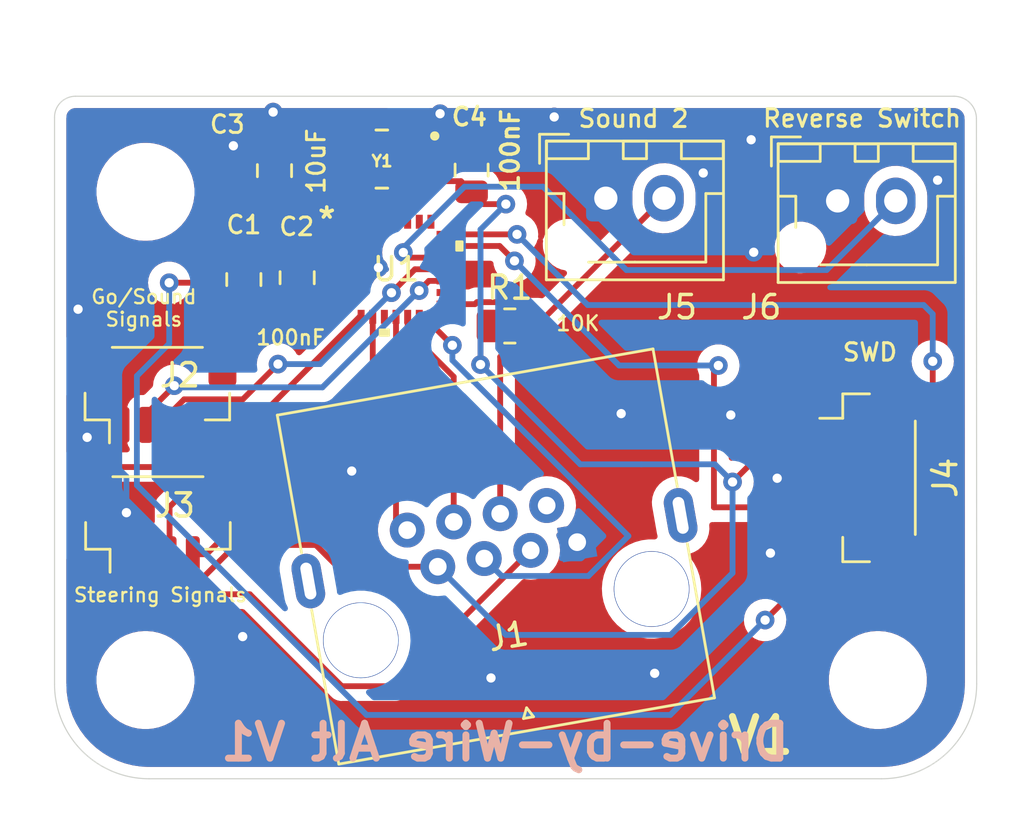
<source format=kicad_pcb>
(kicad_pcb (version 20221018) (generator pcbnew)
  (layers (0 "F.Cu" signal) (31 "B.Cu" signal) (34 "B.Paste" user) (35 "F.Paste" user) (36 "B.SilkS" user "B.Silkscreen") (37 "F.SilkS" user "F.Silkscreen") (38 "B.Mask" user) (39 "F.Mask" user) (44 "Edge.Cuts" user))
  (net 0 "")
  (net 1 "GND")
  (net 2 "+5V")
  (net 3 "+3V3")
  (net 4 "Other")
  (net 5 "JoyY")
  (net 6 "JoyX")
  (net 7 "Sound2")
  (net 8 "Sound1")
  (net 9 "AltReverseSwitch")
  (net 10 "DriveButton")
  (net 11 "ReverseSwitch")
  (net 12 "SDA")
  (net 13 "SCL")
  (net 14 "SensorSin")
  (net 15 "SensorCos")
  (net 16 "/RESET")
  (net 17 "SWDIO")
  (net 18 "SWCLK")
  (net 20 "OscillatorIn")
  (footprint "Capacitor_SMD:C_0805_2012Metric" (layer "F.Cu") (at 140.72974 93.27322 -90)
    (fp_text reference "C1" (at -2.35322 -0.00026 180) (layer "F.SilkS") (effects (font (size 0.762 0.762) (thickness 0.127))))
    (fp_text value "100nF" (at 2.49678 -2.01026) (layer "F.SilkS") (effects (font (size 0.635 0.635) (thickness 0.1143))))
    (fp_line (start -0.261252 -0.735) (end 0.261252 -0.735) (stroke (width 0.12)) (layer "F.SilkS"))
    (fp_line (start -0.261252 0.735) (end 0.261252 0.735) (stroke (width 0.12)) (layer "F.SilkS"))
    (pad "1" smd roundrect (at -0.95 0 270) (size 1 1.45) (layers "F.Cu" "F.Paste" "F.Mask") (net 16 "/RESET"))
    (pad "2" smd roundrect (at 0.95 0 270) (size 1 1.45) (layers "F.Cu" "F.Paste" "F.Mask") (net 1 "GND"))
  )
  (footprint "Capacitor_SMD:C_0805_2012Metric" (layer "F.Cu") (at 143.02336 93.19448 -90)
    (fp_text reference "C2" (at -2.19456 0.02032) (layer "F.SilkS") (effects (font (size 0.762 0.762) (thickness 0.127))))
    (fp_text value "100nF")
    (fp_line (start -0.261252 -0.735) (end 0.261252 -0.735) (stroke (width 0.12)) (layer "F.SilkS"))
    (fp_line (start -0.261252 0.735) (end 0.261252 0.735) (stroke (width 0.12)) (layer "F.SilkS"))
    (pad "1" smd roundrect (at -0.95 0 270) (size 1 1.45) (layers "F.Cu" "F.Paste" "F.Mask") (net 3 "+3V3"))
    (pad "2" smd roundrect (at 0.95 0 270) (size 1 1.45) (layers "F.Cu" "F.Paste" "F.Mask") (net 1 "GND"))
  )
  (footprint "Capacitor_SMD:C_0805_2012Metric" (layer "F.Cu") (at 142.048 88.58946 90)
    (fp_text reference "C3" (at 1.98946 -2.028) (layer "F.SilkS") (effects (font (size 0.762 0.762) (thickness 0.127))))
    (fp_text value "10uF" (at 0.40946 1.792 90) (layer "F.SilkS") (effects (font (size 0.762 0.762) (thickness 0.127))))
    (fp_line (start -0.261252 -0.735) (end 0.261252 -0.735) (stroke (width 0.12)) (layer "F.SilkS"))
    (fp_line (start -0.261252 0.735) (end 0.261252 0.735) (stroke (width 0.12)) (layer "F.SilkS"))
    (pad "1" smd roundrect (at -0.95 0 90) (size 1 1.45) (layers "F.Cu" "F.Paste" "F.Mask") (net 3 "+3V3"))
    (pad "2" smd roundrect (at 0.95 0 90) (size 1 1.45) (layers "F.Cu" "F.Paste" "F.Mask") (net 1 "GND"))
  )
  (footprint "Connector_JST:JST_SH_BM04B-SRSS-TB_1x04-1MP_P1.00mm_Vertical" (layer "F.Cu") (at 137.01 98.2)
    (fp_text reference "J2" (at 0.97028 -0.81026) (layer "F.SilkS"))
    (fp_text value "Conn_01x04_Male")
    (fp_line (start -3.11 -0.04) (end -3.11 1.11) (stroke (width 0.12)) (layer "F.SilkS"))
    (fp_line (start -3.11 1.11) (end -2.06 1.11) (stroke (width 0.12)) (layer "F.SilkS"))
    (fp_line (start -2.06 1.11) (end -2.06 2.1) (stroke (width 0.12)) (layer "F.SilkS"))
    (fp_line (start -1.94 -2.01) (end 1.94 -2.01) (stroke (width 0.12)) (layer "F.SilkS"))
    (fp_line (start 3.11 -0.04) (end 3.11 1.11) (stroke (width 0.12)) (layer "F.SilkS"))
    (fp_line (start 3.11 1.11) (end 2.06 1.11) (stroke (width 0.12)) (layer "F.SilkS"))
    (pad "1" smd roundrect (at -1.5 1.325) (size 0.6 1.55) (layers "F.Cu" "F.Paste" "F.Mask") (net 1 "GND"))
    (pad "2" smd roundrect (at -0.5 1.325) (size 0.6 1.55) (layers "F.Cu" "F.Paste" "F.Mask") (net 10 "DriveButton"))
    (pad "3" smd roundrect (at 0.5 1.325) (size 0.6 1.55) (layers "F.Cu" "F.Paste" "F.Mask") (net 9 "AltReverseSwitch"))
    (pad "4" smd roundrect (at 1.5 1.325) (size 0.6 1.55) (layers "F.Cu" "F.Paste" "F.Mask") (net 8 "Sound1"))
    (pad "MP" smd roundrect (at -2.8 -1.2) (size 1.2 1.8) (layers "F.Cu" "F.Paste" "F.Mask") (roundrect_rratio 0.2083325))
    (pad "MP" smd roundrect (at 2.8 -1.2) (size 1.2 1.8) (layers "F.Cu" "F.Paste" "F.Mask") (roundrect_rratio 0.2083325))
  )
  (footprint "Connector_JST:JST_SH_BM04B-SRSS-TB_1x04-1MP_P1.00mm_Vertical" (layer "F.Cu") (at 137.0354 103.7626)
    (fp_text reference "J3" (at 0.73152 -0.77216) (layer "F.SilkS"))
    (fp_text value "Conn_01x04_Male")
    (fp_line (start -3.11 -0.04) (end -3.11 1.11) (stroke (width 0.12)) (layer "F.SilkS"))
    (fp_line (start -3.11 1.11) (end -2.06 1.11) (stroke (width 0.12)) (layer "F.SilkS"))
    (fp_line (start -2.06 1.11) (end -2.06 2.1) (stroke (width 0.12)) (layer "F.SilkS"))
    (fp_line (start -1.94 -2.01) (end 1.94 -2.01) (stroke (width 0.12)) (layer "F.SilkS"))
    (fp_line (start 3.11 -0.04) (end 3.11 1.11) (stroke (width 0.12)) (layer "F.SilkS"))
    (fp_line (start 3.11 1.11) (end 2.06 1.11) (stroke (width 0.12)) (layer "F.SilkS"))
    (pad "1" smd roundrect (at -1.5 1.325) (size 0.6 1.55) (layers "F.Cu" "F.Paste" "F.Mask") (net 1 "GND"))
    (pad "2" smd roundrect (at -0.5 1.325) (size 0.6 1.55) (layers "F.Cu" "F.Paste" "F.Mask") (net 3 "+3V3"))
    (pad "3" smd roundrect (at 0.5 1.325) (size 0.6 1.55) (layers "F.Cu" "F.Paste" "F.Mask") (net 14 "SensorSin"))
    (pad "4" smd roundrect (at 1.5 1.325) (size 0.6 1.55) (layers "F.Cu" "F.Paste" "F.Mask") (net 15 "SensorCos"))
    (pad "MP" smd roundrect (at -2.8 -1.2) (size 1.2 1.8) (layers "F.Cu" "F.Paste" "F.Mask") (roundrect_rratio 0.2083325))
    (pad "MP" smd roundrect (at 2.8 -1.2) (size 1.2 1.8) (layers "F.Cu" "F.Paste" "F.Mask") (roundrect_rratio 0.2083325))
  )
  (footprint "Useful Modifications:RJ45_x08_Tab_Up" (layer "F.Cu") (at 151.97 108.77 10)
    (fp_text reference "J1" (at 0.1524 -0.13208 10) (layer "F.SilkS"))
    (fp_text value "8P8C")
    (fp_line (start -7.97494 -11.21918) (end -7.97494 -5.207) (stroke (width 0.12)) (layer "F.SilkS"))
    (fp_line (start -7.97494 -11.21918) (end 8.43506 -11.21918) (stroke (width 0.12)) (layer "F.SilkS"))
    (fp_line (start -7.97494 4.02082) (end 8.43506 4.02082) (stroke (width 0.12)) (layer "F.SilkS"))
    (fp_line (start -7.97306 -2.71018) (end -7.97494 4.02082) (stroke (width 0.12)) (layer "F.SilkS"))
    (fp_line (start 0.18796 3.46964) (end 0.62738 3.46964) (stroke (width 0.12)) (layer "F.SilkS"))
    (fp_line (start 0.40132 3.03784) (end 0.18796 3.46964) (stroke (width 0.12)) (layer "F.SilkS"))
    (fp_line (start 0.62738 3.46964) (end 0.40132 3.03784) (stroke (width 0.12)) (layer "F.SilkS"))
    (fp_line (start 8.43506 -11.21918) (end 8.43506 -5.207) (stroke (width 0.12)) (layer "F.SilkS"))
    (fp_line (start 8.43694 -2.71018) (end 8.43506 4.02082) (stroke (width 0.12)) (layer "F.SilkS"))
    (pad "" np_thru_hole circle (at -6.11832 -1.05918 190) (size 3.25 3.25) (drill 3.2) (layers "*.Cu" "*.Mask"))
    (pad "" np_thru_hole circle (at 6.58168 -1.05918 190) (size 3.25 3.25) (drill 3.200001) (layers "*.Cu" "*.Mask"))
    (pad "1" thru_hole rect (at 3.78098 -3.59918 10) (size 1.5 1.5) (drill 0.76) (layers "*.Cu" "*.Mask") (net 1 "GND"))
    (pad "2" thru_hole circle (at 2.76098 -5.37918 10) (size 1.5 1.5) (drill 0.76) (layers "*.Cu" "*.Mask") (net 2 "+5V"))
    (pad "3" thru_hole circle (at 1.75098 -3.59918 10) (size 1.5 1.5) (drill 0.76) (layers "*.Cu" "*.Mask") (net 8 "Sound1"))
    (pad "4" thru_hole circle (at 0.73098 -5.37918 10) (size 1.5 1.5) (drill 0.76) (layers "*.Cu" "*.Mask") (net 7 "Sound2"))
    (pad "5" thru_hole circle (at -0.27902 -3.59918 10) (size 1.5 1.5) (drill 0.76) (layers "*.Cu" "*.Mask") (net 6 "JoyX"))
    (pad "6" thru_hole circle (at -1.29902 -5.37918 10) (size 1.5 1.5) (drill 0.76) (layers "*.Cu" "*.Mask") (net 5 "JoyY"))
    (pad "7" thru_hole circle (at -2.30902 -3.59918 10) (size 1.5 1.5) (drill 0.76) (layers "*.Cu" "*.Mask") (net 3 "+3V3"))
    (pad "8" thru_hole circle (at -3.32902 -5.37918 10) (size 1.5 1.5) (drill 0.76) (layers "*.Cu" "*.Mask") (net 4 "Other"))
    (pad "9" thru_hole oval (at -7.89832 -3.96113 190) (size 1.259 2.362) (drill oval 0.5 1.6) (layers "*.Cu" "*.Mask"))
    (pad "10" thru_hole oval (at 8.36168 -3.96113 190) (size 1.259 2.362) (drill oval 0.5 1.6) (layers "*.Cu" "*.Mask"))
  )
  (footprint "Capacitor_SMD:C_0805_2012Metric" (layer "F.Cu") (at 150.52652 88.56406 -90)
    (fp_text reference "C4" (at -2.286 0.09652 180) (layer "F.SilkS") (effects (font (size 0.762 0.762))))
    (fp_text value "100nF" (at -0.84836 -1.66116 -90) (layer "F.SilkS") (effects (font (size 0.762 0.762))))
    (fp_line (start -0.258578 -0.71) (end 0.258578 -0.71) (stroke (width 0.12)) (layer "F.SilkS"))
    (fp_line (start -0.258578 0.71) (end 0.258578 0.71) (stroke (width 0.12)) (layer "F.SilkS"))
    (pad "1" smd roundrect (at -0.9375 0 270) (size 0.975 1.4) (layers "F.Cu" "F.Paste" "F.Mask") (net 1 "GND"))
    (pad "2" smd roundrect (at 0.9375 0 270) (size 0.975 1.4) (layers "F.Cu" "F.Paste" "F.Mask") (net 3 "+3V3"))
  )
  (footprint "Useful Modifications:OSC_ECS-3225MVQ-160-BP-TR" (layer "F.Cu") (at 146.66572 88.09162 180)
    (fp_text reference "Y1" (at -0.01016 -0.0889) (layer "F.SilkS") (effects (font (size 0.480527 0.480527))))
    (fp_text value "ECS-3225MVQ-160-BP-TR")
    (fp_line (start -0.25 -1.25) (end 0.25 -1.25) (stroke (width 0.127)) (layer "F.SilkS"))
    (fp_line (start -0.25 1.25) (end 0.25 1.25) (stroke (width 0.127)) (layer "F.SilkS"))
    (fp_circle (center -2.275 0.994) (end -2.175 0.994) (stroke (width 0.2)) (fill none) (layer "F.SilkS"))
    (pad "1" smd rect (at -1.15 0.95 180) (size 1.3 1.1) (layers "F.Cu" "F.Paste" "F.Mask"))
    (pad "2" smd rect (at 1.15 0.95 180) (size 1.3 1.1) (layers "F.Cu" "F.Paste" "F.Mask") (net 1 "GND"))
    (pad "3" smd rect (at 1.15 -0.95 180) (size 1.3 1.1) (layers "F.Cu" "F.Paste" "F.Mask") (net 20 "OscillatorIn"))
    (pad "4" smd rect (at -1.15 -0.95 180) (size 1.3 1.1) (layers "F.Cu" "F.Paste" "F.Mask") (net 3 "+3V3"))
  )
  (footprint "Useful Modifications:STM32G031G8U6" (layer "F.Cu") (at 147.27532 92.83126)
    (fp_text reference "U1" (at 0 0) (layer "F.SilkS"))
    (fp_text value "STM32G031F4Px")
    (fp_text user "*" (at -2.979674 -2.13233) (layer "F.SilkS"))
    (fp_text user "*" (at -2.979674 -2.13233) (layer "F.SilkS"))
    (fp_poly (pts (xy -0.69088 2.598674) (xy -0.69088 2.852674) (xy -0.30988 2.852674) (xy -0.30988 2.598674)) (stroke (width 0.1)) (fill solid) (layer "F.SilkS"))
    (fp_poly (pts (xy 2.852674 -1.19126) (xy 2.852674 -0.81026) (xy 2.598674 -0.81026) (xy 2.598674 -1.19126)) (stroke (width 0.1)) (fill solid) (layer "F.SilkS"))
    (pad "1" smd rect (at -2.0447 -1.50114 90) (size 0.299974 0.599948) (layers "F.Cu" "F.Paste" "F.Mask") (net 20 "OscillatorIn"))
    (pad "2" smd rect (at -2.0447 -1.00076 90) (size 0.299974 0.599948) (layers "F.Cu" "F.Paste" "F.Mask"))
    (pad "3" smd rect (at -2.0447 -0.50038 90) (size 0.299974 0.599948) (layers "F.Cu" "F.Paste" "F.Mask") (net 3 "+3V3"))
    (pad "4" smd rect (at -2.0447 0 90) (size 0.299974 0.599948) (layers "F.Cu" "F.Paste" "F.Mask") (net 1 "GND"))
    (pad "5" smd rect (at -2.0447 0.50038 90) (size 0.299974 0.599948) (layers "F.Cu" "F.Paste" "F.Mask") (net 16 "/RESET"))
    (pad "6" smd rect (at -2.0447 1.00076 90) (size 0.299974 0.599948) (layers "F.Cu" "F.Paste" "F.Mask"))
    (pad "7" smd rect (at -2.0447 1.50114 90) (size 0.299974 0.599948) (layers "F.Cu" "F.Paste" "F.Mask"))
    (pad "8" smd rect (at -1.50114 2.0447) (size 0.299974 0.599948) (layers "F.Cu" "F.Paste" "F.Mask") (net 14 "SensorSin"))
    (pad "9" smd rect (at -1.00076 2.0447) (size 0.299974 0.599948) (layers "F.Cu" "F.Paste" "F.Mask") (net 15 "SensorCos"))
    (pad "10" smd rect (at -0.50038 2.0447) (size 0.299974 0.599948) (layers "F.Cu" "F.Paste" "F.Mask"))
    (pad "11" smd rect (at 0 2.0447) (size 0.299974 0.599948) (layers "F.Cu" "F.Paste" "F.Mask") (net 4 "Other"))
    (pad "12" smd rect (at 0.50038 2.0447) (size 0.299974 0.599948) (layers "F.Cu" "F.Paste" "F.Mask") (net 5 "JoyY"))
    (pad "13" smd rect (at 1.00076 2.0447) (size 0.299974 0.599948) (layers "F.Cu" "F.Paste" "F.Mask"))
    (pad "14" smd rect (at 1.50114 2.0447) (size 0.299974 0.599948) (layers "F.Cu" "F.Paste" "F.Mask") (net 6 "JoyX"))
    (pad "15" smd rect (at 2.0447 1.50114 90) (size 0.299974 0.599948) (layers "F.Cu" "F.Paste" "F.Mask") (net 7 "Sound2"))
    (pad "16" smd rect (at 2.0447 1.00076 90) (size 0.299974 0.599948) (layers "F.Cu" "F.Paste" "F.Mask"))
    (pad "17" smd rect (at 2.0447 0.50038 90) (size 0.299974 0.599948) (layers "F.Cu" "F.Paste" "F.Mask") (net 10 "DriveButton"))
    (pad "18" smd rect (at 2.0447 0 90) (size 0.299974 0.599948) (layers "F.Cu" "F.Paste" "F.Mask") (net 9 "AltReverseSwitch"))
    (pad "19" smd rect (at 2.0447 -0.50038 90) (size 0.299974 0.599948) (layers "F.Cu" "F.Paste" "F.Mask") (net 11 "ReverseSwitch"))
    (pad "20" smd rect (at 2.0447 -1.00076 90) (size 0.299974 0.599948) (layers "F.Cu" "F.Paste" "F.Mask") (net 17 "SWDIO"))
    (pad "21" smd rect (at 2.0447 -1.50114 90) (size 0.299974 0.599948) (layers "F.Cu" "F.Paste" "F.Mask") (net 18 "SWCLK"))
    (pad "22" smd rect (at 1.50114 -2.0447) (size 0.299974 0.599948) (layers "F.Cu" "F.Paste" "F.Mask"))
    (pad "23" smd rect (at 1.00076 -2.0447) (size 0.299974 0.599948) (layers "F.Cu" "F.Paste" "F.Mask"))
    (pad "24" smd rect (at 0.50038 -2.0447) (size 0.299974 0.599948) (layers "F.Cu" "F.Paste" "F.Mask"))
    (pad "25" smd rect (at 0 -2.0447) (size 0.299974 0.599948) (layers "F.Cu" "F.Paste" "F.Mask"))
    (pad "26" smd rect (at -0.50038 -2.0447) (size 0.299974 0.599948) (layers "F.Cu" "F.Paste" "F.Mask") (net 13 "SCL"))
    (pad "27" smd rect (at -1.00076 -2.0447) (size 0.299974 0.599948) (layers "F.Cu" "F.Paste" "F.Mask") (net 12 "SDA"))
    (pad "28" smd rect (at -1.50114 -2.0447) (size 0.299974 0.599948) (layers "F.Cu" "F.Paste" "F.Mask"))
  )
  (footprint "Connector_JST:JST_XH_B2B-XH-AM_1x02_P2.50mm_Vertical" (layer "F.Cu") (at 166.27 89.89)
    (fp_text reference "J6" (at -3.28 4.57) (layer "F.SilkS"))
    (fp_text value "Conn_01x02_Male")
    (fp_line (start -2.85 -2.75) (end -2.85 -1.5) (stroke (width 0.12)) (layer "F.SilkS"))
    (fp_line (start -2.56 -2.46) (end -2.56 3.51) (stroke (width 0.12)) (layer "F.SilkS"))
    (fp_line (start -2.56 3.51) (end 5.06 3.51) (stroke (width 0.12)) (layer "F.SilkS"))
    (fp_line (start -2.55 -2.45) (end -2.55 -1.7) (stroke (width 0.12)) (layer "F.SilkS"))
    (fp_line (start -2.55 -1.7) (end -0.75 -1.7) (stroke (width 0.12)) (layer "F.SilkS"))
    (fp_line (start -2.55 -0.2) (end -1.8 -0.2) (stroke (width 0.12)) (layer "F.SilkS"))
    (fp_line (start -1.8 -0.2) (end -1.8 1.14) (stroke (width 0.12)) (layer "F.SilkS"))
    (fp_line (start -1.6 -2.75) (end -2.85 -2.75) (stroke (width 0.12)) (layer "F.SilkS"))
    (fp_line (start -0.75 -2.45) (end -2.55 -2.45) (stroke (width 0.12)) (layer "F.SilkS"))
    (fp_line (start -0.75 -1.7) (end -0.75 -2.45) (stroke (width 0.12)) (layer "F.SilkS"))
    (fp_line (start 0.75 -2.45) (end 0.75 -1.7) (stroke (width 0.12)) (layer "F.SilkS"))
    (fp_line (start 0.75 -1.7) (end 1.75 -1.7) (stroke (width 0.12)) (layer "F.SilkS"))
    (fp_line (start 1.25 2.75) (end -0.74 2.75) (stroke (width 0.12)) (layer "F.SilkS"))
    (fp_line (start 1.75 -2.45) (end 0.75 -2.45) (stroke (width 0.12)) (layer "F.SilkS"))
    (fp_line (start 1.75 -1.7) (end 1.75 -2.45) (stroke (width 0.12)) (layer "F.SilkS"))
    (fp_line (start 3.25 -2.45) (end 3.25 -1.7) (stroke (width 0.12)) (layer "F.SilkS"))
    (fp_line (start 3.25 -1.7) (end 5.05 -1.7) (stroke (width 0.12)) (layer "F.SilkS"))
    (fp_line (start 4.3 -0.2) (end 4.3 2.75) (stroke (width 0.12)) (layer "F.SilkS"))
    (fp_line (start 4.3 2.75) (end 1.25 2.75) (stroke (width 0.12)) (layer "F.SilkS"))
    (fp_line (start 5.05 -2.45) (end 3.25 -2.45) (stroke (width 0.12)) (layer "F.SilkS"))
    (fp_line (start 5.05 -1.7) (end 5.05 -2.45) (stroke (width 0.12)) (layer "F.SilkS"))
    (fp_line (start 5.05 -0.2) (end 4.3 -0.2) (stroke (width 0.12)) (layer "F.SilkS"))
    (fp_line (start 5.06 -2.46) (end -2.56 -2.46) (stroke (width 0.12)) (layer "F.SilkS"))
    (fp_line (start 5.06 3.51) (end 5.06 -2.46) (stroke (width 0.12)) (layer "F.SilkS"))
    (pad "" np_thru_hole circle (at -1.6 2) (size 1.2 1.2) (drill 1.2) (layers "*.Cu" "*.Mask"))
    (pad "1" thru_hole roundrect (at 0 0) (size 1.7 2) (drill 1) (layers "*.Cu" "*.Mask") (roundrect_rratio 0.1470588235) (net 1 "GND"))
    (pad "2" thru_hole oval (at 2.5 0) (size 1.7 2) (drill 1) (layers "*.Cu" "*.Mask") (net 11 "ReverseSwitch"))
  )
  (footprint "Resistor_SMD:R_0805_2012Metric" (layer "F.Cu") (at 152.17 95.27)
    (fp_text reference "R1" (at 0 -1.65) (layer "F.SilkS"))
    (fp_text value "10K" (at 2.93 -0.11) (layer "F.SilkS") (effects (font (size 0.635 0.635) (thickness 0.11))))
    (fp_line (start -0.227064 -0.735) (end 0.227064 -0.735) (stroke (width 0.12)) (layer "F.SilkS"))
    (fp_line (start -0.227064 0.735) (end 0.227064 0.735) (stroke (width 0.12)) (layer "F.SilkS"))
    (pad "1" smd roundrect (at -0.9125 0) (size 1.025 1.4) (layers "F.Cu" "F.Paste" "F.Mask") (roundrect_rratio 0.243902439) (net 3 "+3V3"))
    (pad "2" smd roundrect (at 0.9125 0) (size 1.025 1.4) (layers "F.Cu" "F.Paste" "F.Mask") (roundrect_rratio 0.243902439) (net 7 "Sound2"))
  )
  (footprint "MountingHole:MountingHole_3.2mm_M3" (layer "F.Cu") (at 136.5 110.5)
    (fp_text reference "H1")
    (fp_text value "MountingHole")
    (pad "" np_thru_hole circle (at 0 0) (size 3.2 3.2) (drill 3.2) (layers "*.Cu" "*.Mask"))
  )
  (footprint "Connector_JST:JST_SH_BM05B-SRSS-TB_1x05-1MP_P1.00mm_Vertical" (layer "F.Cu") (at 167.6 101.8 -90)
    (fp_text reference "J4" (at 0 -3.3 90) (layer "F.SilkS"))
    (fp_text value "Conn_01x05_Male")
    (fp_line (start -3.61 -0.04) (end -3.61 1.11) (stroke (width 0.12)) (layer "F.SilkS"))
    (fp_line (start -3.61 1.11) (end -2.56 1.11) (stroke (width 0.12)) (layer "F.SilkS"))
    (fp_line (start -2.56 1.11) (end -2.56 2.1) (stroke (width 0.12)) (layer "F.SilkS"))
    (fp_line (start -2.44 -2.01) (end 2.44 -2.01) (stroke (width 0.12)) (layer "F.SilkS"))
    (fp_line (start 3.61 -0.04) (end 3.61 1.11) (stroke (width 0.12)) (layer "F.SilkS"))
    (fp_line (start 3.61 1.11) (end 2.56 1.11) (stroke (width 0.12)) (layer "F.SilkS"))
    (pad "1" smd roundrect (at -2 1.325 270) (size 0.6 1.55) (layers "F.Cu" "F.Paste" "F.Mask") (net 3 "+3V3"))
    (pad "2" smd roundrect (at -1 1.325 270) (size 0.6 1.55) (layers "F.Cu" "F.Paste" "F.Mask") (net 1 "GND"))
    (pad "3" smd roundrect (at 0 1.325 270) (size 0.6 1.55) (layers "F.Cu" "F.Paste" "F.Mask") (net 18 "SWCLK"))
    (pad "4" smd roundrect (at 1 1.325 270) (size 0.6 1.55) (layers "F.Cu" "F.Paste" "F.Mask") (net 17 "SWDIO"))
    (pad "5" smd roundrect (at 2 1.325 270) (size 0.6 1.55) (layers "F.Cu" "F.Paste" "F.Mask") (net 16 "/RESET"))
    (pad "MP" smd roundrect (at -3.3 -1.2 270) (size 1.2 1.8) (layers "F.Cu" "F.Paste" "F.Mask") (roundrect_rratio 0.2083333333))
    (pad "MP" smd roundrect (at 3.3 -1.2 270) (size 1.2 1.8) (layers "F.Cu" "F.Paste" "F.Mask") (roundrect_rratio 0.2083333333))
  )
  (footprint "Connector_JST:JST_XH_B2B-XH-AM_1x02_P2.50mm_Vertical" (layer "F.Cu") (at 156.3 89.775)
    (fp_text reference "J5" (at 3.06 4.685) (layer "F.SilkS"))
    (fp_text value "Conn_01x02_Male")
    (fp_line (start -2.85 -2.75) (end -2.85 -1.5) (stroke (width 0.12)) (layer "F.SilkS"))
    (fp_line (start -2.56 -2.46) (end -2.56 3.51) (stroke (width 0.12)) (layer "F.SilkS"))
    (fp_line (start -2.56 3.51) (end 5.06 3.51) (stroke (width 0.12)) (layer "F.SilkS"))
    (fp_line (start -2.55 -2.45) (end -2.55 -1.7) (stroke (width 0.12)) (layer "F.SilkS"))
    (fp_line (start -2.55 -1.7) (end -0.75 -1.7) (stroke (width 0.12)) (layer "F.SilkS"))
    (fp_line (start -2.55 -0.2) (end -1.8 -0.2) (stroke (width 0.12)) (layer "F.SilkS"))
    (fp_line (start -1.8 -0.2) (end -1.8 1.14) (stroke (width 0.12)) (layer "F.SilkS"))
    (fp_line (start -1.6 -2.75) (end -2.85 -2.75) (stroke (width 0.12)) (layer "F.SilkS"))
    (fp_line (start -0.75 -2.45) (end -2.55 -2.45) (stroke (width 0.12)) (layer "F.SilkS"))
    (fp_line (start -0.75 -1.7) (end -0.75 -2.45) (stroke (width 0.12)) (layer "F.SilkS"))
    (fp_line (start 0.75 -2.45) (end 0.75 -1.7) (stroke (width 0.12)) (layer "F.SilkS"))
    (fp_line (start 0.75 -1.7) (end 1.75 -1.7) (stroke (width 0.12)) (layer "F.SilkS"))
    (fp_line (start 1.25 2.75) (end -0.74 2.75) (stroke (width 0.12)) (layer "F.SilkS"))
    (fp_line (start 1.75 -2.45) (end 0.75 -2.45) (stroke (width 0.12)) (layer "F.SilkS"))
    (fp_line (start 1.75 -1.7) (end 1.75 -2.45) (stroke (width 0.12)) (layer "F.SilkS"))
    (fp_line (start 3.25 -2.45) (end 3.25 -1.7) (stroke (width 0.12)) (layer "F.SilkS"))
    (fp_line (start 3.25 -1.7) (end 5.05 -1.7) (stroke (width 0.12)) (layer "F.SilkS"))
    (fp_line (start 4.3 -0.2) (end 4.3 2.75) (stroke (width 0.12)) (layer "F.SilkS"))
    (fp_line (start 4.3 2.75) (end 1.25 2.75) (stroke (width 0.12)) (layer "F.SilkS"))
    (fp_line (start 5.05 -2.45) (end 3.25 -2.45) (stroke (width 0.12)) (layer "F.SilkS"))
    (fp_line (start 5.05 -1.7) (end 5.05 -2.45) (stroke (width 0.12)) (layer "F.SilkS"))
    (fp_line (start 5.05 -0.2) (end 4.3 -0.2) (stroke (width 0.12)) (layer "F.SilkS"))
    (fp_line (start 5.06 -2.46) (end -2.56 -2.46) (stroke (width 0.12)) (layer "F.SilkS"))
    (fp_line (start 5.06 3.51) (end 5.06 -2.46) (stroke (width 0.12)) (layer "F.SilkS"))
    (pad "" np_thru_hole circle (at -1.6 2) (size 1.2 1.2) (drill 1.2) (layers "*.Cu" "*.Mask"))
    (pad "1" thru_hole roundrect (at 0 0) (size 1.7 2) (drill 1) (layers "*.Cu" "*.Mask") (roundrect_rratio 0.1470588235) (net 1 "GND"))
    (pad "2" thru_hole oval (at 2.5 0) (size 1.7 2) (drill 1) (layers "*.Cu" "*.Mask") (net 7 "Sound2"))
  )
  (footprint "MountingHole:MountingHole_3.2mm_M3" (layer "F.Cu") (at 168 110.5)
    (fp_text reference "H2")
    (fp_text value "MountingHole")
    (pad "" np_thru_hole circle (at 0 0) (size 3.2 3.2) (drill 3.2) (layers "*.Cu" "*.Mask"))
  )
  (footprint "MountingHole:MountingHole_3.2mm_M3" (layer "F.Cu") (at 136.5 89.5)
    (fp_text reference "H3")
    (fp_text value "MountingHole")
    (pad "" np_thru_hole circle (at 0 0) (size 3.2 3.2) (drill 3.2) (layers "*.Cu" "*.Mask"))
  )
  (gr_arc (start 136.652 114.7445) (mid 133.778318 113.554182) (end 132.588 110.6805) (stroke (width 0.05)) (layer "Edge.Cuts"))
  (gr_line (start 172.23994 86.36) (end 172.250164 110.6678) (stroke (width 0.05)) (layer "Edge.Cuts"))
  (gr_line (start 132.588 110.6805) (end 132.588 86.296602) (stroke (width 0.05)) (layer "Edge.Cuts"))
  (gr_arc (start 171.279873 85.389743) (mid 171.960853 85.676035) (end 172.23994 86.36) (stroke (width 0.05)) (layer "Edge.Cuts"))
  (gr_arc (start 172.250164 110.6678) (mid 171.049621 113.558389) (end 168.15308 114.7445) (stroke (width 0.05)) (layer "Edge.Cuts"))
  (gr_line (start 171.27982 85.38972) (end 133.489685 85.38972) (stroke (width 0.05)) (layer "Edge.Cuts"))
  (gr_arc (start 132.588 86.296602) (mid 132.850257 85.655657) (end 133.489685 85.38972) (stroke (width 0.05)) (layer "Edge.Cuts"))
  (gr_line (start 168.15308 114.7445) (end 136.652 114.7445) (stroke (width 0.05)) (layer "Edge.Cuts"))
  (gr_text "Drive-by-Wire Alt V1" (at 151.96 113.18) (layer "B.SilkS") (effects (font (size 1.5 1.5) (thickness 0.3)) (justify mirror)))
  (gr_text "Go/Sound\nSignals" (at 136.43 94.5) (layer "F.SilkS") (effects (font (size 0.6 0.6) (thickness 0.1))))
  (gr_text "SWD" (at 167.66 96.4) (layer "F.SilkS") (effects (font (size 0.75 0.75) (thickness 0.13))))
  (gr_text "Sound 2" (at 157.49 86.35) (layer "F.SilkS") (effects (font (size 0.75 0.75) (thickness 0.13))))
  (gr_text "Steering Signals" (at 137.14 106.84) (layer "F.SilkS") (effects (font (size 0.6 0.6) (thickness 0.1))))
  (gr_text "V1" (at 162.96 112.89) (layer "F.SilkS") (effects (font (size 1.5 1.5) (thickness 0.3))))
  (gr_text "Reverse Switch" (at 167.32 86.34) (layer "F.SilkS") (effects (font (size 0.75 0.75) (thickness 0.13))))
  (segment (start 146.44874 92.83126) (end 146.52 92.76) (width 0.25) (layer "F.Cu") (net 1))
  (segment (start 135.68 103.3) (end 135.68 104.943) (width 0.25) (layer "F.Cu") (net 1))
  (segment (start 140.72974 94.22322) (end 138.94678 94.22322) (width 0.25) (layer "F.Cu") (net 1))
  (segment (start 144.33658 92.83126) (end 145.23062 92.83126) (width 0.25) (layer "F.Cu") (net 1))
  (segment (start 143.02336 94.14448) (end 144.33658 92.83126) (width 0.25) (layer "F.Cu") (net 1))
  (segment (start 135.51 97.66) (end 135.51 99.525) (width 0.25) (layer "F.Cu") (net 1))
  (segment (start 134.525 99.525) (end 133.99 100.06) (width 0.25) (layer "F.Cu") (net 1))
  (segment (start 135.68 104.943) (end 135.5354 105.0876) (width 0.25) (layer "F.Cu") (net 1))
  (segment (start 135.51 99.525) (end 134.525 99.525) (width 0.25) (layer "F.Cu") (net 1))
  (segment (start 138.94678 94.22322) (end 135.51 97.66) (width 0.25) (layer "F.Cu") (net 1))
  (segment (start 163.67 101.82) (end 164.69 100.8) (width 0.25) (layer "F.Cu") (net 1))
  (segment (start 164.69 100.8) (end 166.275 100.8) (width 0.25) (layer "F.Cu") (net 1))
  (segment (start 145.23062 92.83126) (end 146.44874 92.83126) (width 0.25) (layer "F.Cu") (net 1))
  (via (at 154.08 86.28) (size 0.8) (drill 0.4) (layers "F.Cu" "B.Cu") (net 1))
  (via (at 146.52 92.76) (size 0.8) (drill 0.4) (layers "F.Cu" "B.Cu") (net 1))
  (via (at 163.38 105.04) (size 0.8) (drill 0.4) (layers "F.Cu" "B.Cu") (net 1))
  (via (at 140.68 108.63) (size 0.8) (drill 0.4) (layers "F.Cu" "B.Cu") (net 1))
  (via (at 133.6 94.55) (size 0.8) (drill 0.4) (layers "F.Cu" "B.Cu") (net 1))
  (via (at 141.99 86.07) (size 0.8) (drill 0.4) (layers "F.Cu" "B.Cu") (net 1))
  (via (at 160.49 88.69) (size 0.8) (drill 0.4) (layers "F.Cu" "B.Cu") (net 1))
  (via (at 162.55 87.26) (size 0.8) (drill 0.4) (layers "F.Cu" "B.Cu") (net 1))
  (via (at 161.6745 99.1) (size 0.8) (drill 0.4) (layers "F.Cu" "B.Cu") (net 1))
  (via (at 170.57 89) (size 0.8) (drill 0.4) (layers "F.Cu" "B.Cu") (net 1))
  (via (at 140.28 87.52) (size 0.8) (drill 0.4) (layers "F.Cu" "B.Cu") (net 1))
  (via (at 156.96 99.04) (size 0.8) (drill 0.4) (layers "F.Cu" "B.Cu") (net 1))
  (via (at 135.68 103.3) (size 0.8) (drill 0.4) (layers "F.Cu" "B.Cu") (net 1))
  (via (at 163.67 101.82) (size 0.8) (drill 0.4) (layers "F.Cu" "B.Cu") (net 1))
  (via (at 162.66 92.1) (size 0.8) (drill 0.4) (layers "F.Cu" "B.Cu") (net 1))
  (via (at 151.36 110.41) (size 0.8) (drill 0.4) (layers "F.Cu" "B.Cu") (net 1))
  (via (at 145.37 101.51) (size 0.8) (drill 0.4) (layers "F.Cu" "B.Cu") (net 1))
  (via (at 133.99 100.06) (size 0.8) (drill 0.4) (layers "F.Cu" "B.Cu") (net 1))
  (via (at 149.17 86.14) (size 0.8) (drill 0.4) (layers "F.Cu" "B.Cu") (net 1))
  (via (at 158.4 110.21) (size 0.8) (drill 0.4) (layers "F.Cu" "B.Cu") (net 1))
  (segment (start 135.68 101.75) (end 135.68 103.3) (width 0.25) (layer "B.Cu") (net 1))
  (segment (start 133.99 100.06) (end 135.68 101.75) (width 0.25) (layer "B.Cu") (net 1))
  (segment (start 150.06658 89.04162) (end 150.52652 89.50156) (width 0.25) (layer "F.Cu") (net 3))
  (segment (start 163.93 99.8) (end 166.275 99.8) (width 0.25) (layer "F.Cu") (net 3))
  (segment (start 144.12 88.06) (end 146.84 88.06) (width 0.25) (layer "F.Cu") (net 3))
  (segment (start 144.762798 105.626457) (end 143.825651 104.68931) (width 0.25) (layer "F.Cu") (net 3))
  (segment (start 146.84 88.06) (end 147.81572 89.03572) (width 0.25) (layer "F.Cu") (net 3))
  (segment (start 147.81572 89.04162) (end 150.06658 89.04162) (width 0.25) (layer "F.Cu") (net 3))
  (segment (start 143.10976 92.33088) (end 143.02336 92.24448) (width 0.25) (layer "F.Cu") (net 3))
  (segment (start 140.379762 104.68931) (end 138.879072 106.19) (width 0.25) (layer "F.Cu") (net 3))
  (segment (start 142.64054 89.53946) (end 144.12 88.06) (width 0.25) (layer "F.Cu") (net 3))
  (segment (start 145.23062 92.33088) (end 143.10976 92.33088) (width 0.25) (layer "F.Cu") (net 3))
  (segment (start 143.825651 104.68931) (end 140.379762 104.68931) (width 0.25) (layer "F.Cu") (net 3))
  (segment (start 143.02336 92.24448) (end 143.02336 90.51482) (width 0.25) (layer "F.Cu") (net 3))
  (segment (start 143.02336 90.51482) (end 142.048 89.53946) (width 0.25) (layer "F.Cu") (net 3))
  (segment (start 136.5354 105.8754) (end 136.5354 105.0876) (width 0.25) (layer "F.Cu") (net 3))
  (segment (start 151.05496 90.03) (end 150.52652 89.50156) (width 0.25) (layer "F.Cu") (net 3))
  (segment (start 161.75 101.98) (end 163.93 99.8) (width 0.25) (layer "F.Cu") (net 3))
  (segment (start 150.91 96.93) (end 150.91 95.6175) (width 0.25) (layer "F.Cu") (net 3))
  (segment (start 142.048 89.53946) (end 142.64054 89.53946) (width 0.25) (layer "F.Cu") (net 3))
  (segment (start 136.85 106.19) (end 136.5354 105.8754) (width 0.25) (layer "F.Cu") (net 3))
  (segment (start 147.81572 89.03572) (end 147.81572 89.04162) (width 0.25) (layer "F.Cu") (net 3))
  (segment (start 150.91 95.6175) (end 151.2575 95.27) (width 0.25) (layer "F.Cu") (net 3))
  (segment (start 138.879072 106.19) (end 136.85 106.19) (width 0.25) (layer "F.Cu") (net 3))
  (segment (start 152 90.03) (end 151.05496 90.03) (width 0.25) (layer "F.Cu") (net 3))
  (segment (start 149.071068 105.626457) (end 144.762798 105.626457) (width 0.25) (layer "F.Cu") (net 3))
  (via (at 161.75 101.98) (size 0.8) (drill 0.4) (layers "F.Cu" "B.Cu") (net 3))
  (via (at 152 90.03) (size 0.8) (drill 0.4) (layers "F.Cu" "B.Cu") (net 3))
  (via (at 150.91 96.93) (size 0.8) (drill 0.4) (layers "F.Cu" "B.Cu") (net 3))
  (segment (start 161.75 101.98) (end 160.99 101.22) (width 0.25) (layer "B.Cu") (net 3))
  (segment (start 157.83 101.22) (end 155.2 101.22) (width 0.25) (layer "B.Cu") (net 3))
  (segment (start 161.75 105.894175) (end 161.75 101.98) (width 0.25) (layer "B.Cu") (net 3))
  (segment (start 159.085639 108.558536) (end 161.75 105.894175) (width 0.25) (layer "B.Cu") (net 3))
  (segment (start 150.91 91.12) (end 152 90.03) (width 0.25) (layer "B.Cu") (net 3))
  (segment (start 150.91 96.93) (end 150.91 91.12) (width 0.25) (layer "B.Cu") (net 3))
  (segment (start 155.2 101.22) (end 150.91 96.93) (width 0.25) (layer "B.Cu") (net 3))
  (segment (start 160.99 101.22) (end 157.83 101.22) (width 0.25) (layer "B.Cu") (net 3))
  (segment (start 149.071068 105.626457) (end 152.003147 108.558536) (width 0.25) (layer "B.Cu") (net 3))
  (segment (start 152.003147 108.558536) (end 159.085639 108.558536) (width 0.25) (layer "B.Cu") (net 3))
  (segment (start 147.27532 103.56847) (end 147.75747 104.05062) (width 0.25) (layer "F.Cu") (net 4))
  (segment (start 147.27532 94.87596) (end 147.27532 103.56847) (width 0.25) (layer "F.Cu") (net 4))
  (segment (start 147.7757 94.87596) (end 147.7757 95.474563) (width 0.25) (layer "F.Cu") (net 5))
  (segment (start 149.75663 97.455493) (end 149.75663 103.698114) (width 0.25) (layer "F.Cu") (net 5))
  (segment (start 147.7757 95.474563) (end 149.75663 97.455493) (width 0.25) (layer "F.Cu") (net 5))
  (segment (start 148.77646 95.17646) (end 149.7 96.1) (width 0.25) (layer "F.Cu") (net 6))
  (segment (start 148.77646 94.87596) (end 148.77646 95.17646) (width 0.25) (layer "F.Cu") (net 6))
  (via (at 149.7 96.1) (size 0.8) (drill 0.4) (layers "F.Cu" "B.Cu") (net 6))
  (segment (start 149.7 96.7446) (end 150.609901 97.654501) (width 0.25) (layer "B.Cu") (net 6))
  (segment (start 149.7 96.1) (end 149.7 96.7446) (width 0.25) (layer "B.Cu") (net 6))
  (segment (start 150.609901 97.654501) (end 150.619157 97.654501) (width 0.25) (layer "B.Cu") (net 6))
  (segment (start 150.619157 97.654501) (end 157.269147 104.304491) (width 0.25) (layer "B.Cu") (net 6))
  (segment (start 157.269147 104.304491) (end 155.549687 106.023951) (width 0.25) (layer "B.Cu") (net 6))
  (segment (start 151.820228 106.023951) (end 151.070228 105.273951) (width 0.25) (layer "B.Cu") (net 6))
  (segment (start 155.549687 106.023951) (end 151.820228 106.023951) (width 0.25) (layer "B.Cu") (net 6))
  (segment (start 151.75579 96.59671) (end 153.0825 95.27) (width 0.25) (layer "F.Cu") (net 7))
  (segment (start 150.670107 94.3324) (end 150.757027 94.24548) (width 0.25) (layer "F.Cu") (net 7))
  (segment (start 153.305 95.27) (end 158.8 89.775) (width 0.25) (layer "F.Cu") (net 7))
  (segment (start 149.32002 94.3324) (end 150.670107 94.3324) (width 0.25) (layer "F.Cu") (net 7))
  (segment (start 150.757027 94.24548) (end 152.05798 94.24548) (width 0.25) (layer "F.Cu") (net 7))
  (segment (start 151.75579 103.345608) (end 151.75579 96.59671) (width 0.25) (layer "F.Cu") (net 7))
  (segment (start 152.05798 94.24548) (end 153.0825 95.27) (width 0.25) (layer "F.Cu") (net 7))
  (segment (start 153.0825 95.27) (end 153.305 95.27) (width 0.25) (layer "F.Cu") (net 7))
  (segment (start 133.31088 101.62912) (end 133.31088 104.32088) (width 0.25) (layer "F.Cu") (net 8))
  (segment (start 133.31088 104.32088) (end 135.8 106.81) (width 0.25) (layer "F.Cu") (net 8))
  (segment (start 138.51 99.971072) (end 137.142992 101.33808) (width 0.25) (layer "F.Cu") (net 8))
  (segment (start 138.51 99.525) (end 138.51 99.971072) (width 0.25) (layer "F.Cu") (net 8))
  (segment (start 147.226966 110.763867) (end 153.069388 104.921445) (width 0.25) (layer "F.Cu") (net 8))
  (segment (start 135.8 106.81) (end 140.988965 106.81) (width 0.25) (layer "F.Cu") (net 8))
  (segment (start 137.142992 101.33808) (end 133.60192 101.33808) (width 0.25) (layer "F.Cu") (net 8))
  (segment (start 133.60192 101.33808) (end 133.31088 101.62912) (width 0.25) (layer "F.Cu") (net 8))
  (segment (start 140.988965 106.81) (end 144.942832 110.763867) (width 0.25) (layer "F.Cu") (net 8))
  (segment (start 144.942832 110.763867) (end 147.226966 110.763867) (width 0.25) (layer "F.Cu") (net 8))
  (segment (start 138.163448 98.42548) (end 140.68452 98.42548) (width 0.25) (layer "F.Cu") (net 9))
  (segment (start 148.08874 92.83126) (end 149.32002 92.83126) (width 0.25) (layer "F.Cu") (net 9))
  (segment (start 137.51 99.078928) (end 138.163448 98.42548) (width 0.25) (layer "F.Cu") (net 9))
  (segment (start 147.08 93.84) (end 148.08874 92.83126) (width 0.25) (layer "F.Cu") (net 9))
  (segment (start 140.68452 98.42548) (end 142.2 96.91) (width 0.25) (layer "F.Cu") (net 9))
  (segment (start 137.51 99.525) (end 137.51 99.078928) (width 0.25) (layer "F.Cu") (net 9))
  (via (at 142.2 96.91) (size 0.8) (drill 0.4) (layers "F.Cu" "B.Cu") (net 9))
  (via (at 147.08 93.84) (size 0.8) (drill 0.4) (layers "F.Cu" "B.Cu") (net 9))
  (segment (start 142.2 96.91) (end 144.01 96.91) (width 0.25) (layer "B.Cu") (net 9))
  (segment (start 144.01 96.91) (end 147.08 93.84) (width 0.25) (layer "B.Cu") (net 9))
  (segment (start 148.68836 93.33164) (end 149.32002 93.33164) (width 0.25) (layer "F.Cu") (net 10))
  (segment (start 136.51 99.078928) (end 137.738395 97.850533) (width 0.25) (layer "F.Cu") (net 10))
  (segment (start 148.27 93.75) (end 148.68836 93.33164) (width 0.25) (layer "F.Cu") (net 10))
  (segment (start 136.51 99.525) (end 136.51 99.078928) (width 0.25) (layer "F.Cu") (net 10))
  (segment (start 137.738395 97.850533) (end 137.738395 97.838768) (width 0.25) (layer "F.Cu") (net 10))
  (via (at 137.738395 97.838768) (size 0.8) (drill 0.4) (layers "F.Cu" "B.Cu") (net 10))
  (via (at 148.27 93.75) (size 0.8) (drill 0.4) (layers "F.Cu" "B.Cu") (net 10))
  (segment (start 144.11 97.91) (end 137.809627 97.91) (width 0.25) (layer "B.Cu") (net 10))
  (segment (start 148.27 93.75) (end 144.11 97.91) (width 0.25) (layer "B.Cu") (net 10))
  (segment (start 137.809627 97.91) (end 137.738395 97.838768) (width 0.25) (layer "B.Cu") (net 10))
  (segment (start 147.81088 92.33088) (end 147.59 92.11) (width 0.25) (layer "F.Cu") (net 11))
  (segment (start 149.32002 92.33088) (end 147.81088 92.33088) (width 0.25) (layer "F.Cu") (net 11))
  (via (at 147.59 92.11) (size 0.8) (drill 0.4) (layers "F.Cu" "B.Cu") (net 11))
  (segment (start 157.184521 92.864521) (end 165.795479 92.864521) (width 0.25) (layer "B.Cu") (net 11))
  (segment (start 147.59 92.11) (end 147.59 91.91) (width 0.25) (layer "B.Cu") (net 11))
  (segment (start 150.22 89.28) (end 153.6 89.28) (width 0.25) (layer "B.Cu") (net 11))
  (segment (start 153.6 89.28) (end 157.184521 92.864521) (width 0.25) (layer "B.Cu") (net 11))
  (segment (start 165.795479 92.864521) (end 168.77 89.89) (width 0.25) (layer "B.Cu") (net 11))
  (segment (start 147.59 91.91) (end 150.22 89.28) (width 0.25) (layer "B.Cu") (net 11))
  (segment (start 137.5354 105.0876) (end 137.5354 103.050106) (width 0.25) (layer "F.Cu") (net 14))
  (segment (start 145.709546 94.87596) (end 145.77418 94.87596) (width 0.25) (layer "F.Cu") (net 14))
  (segment (start 137.5354 103.050106) (end 145.709546 94.87596) (width 0.25) (layer "F.Cu") (net 14))
  (segment (start 139.122894 105.0876) (end 146.27456 97.935934) (width 0.25) (layer "F.Cu") (net 15))
  (segment (start 146.27456 97.935934) (end 146.27456 94.87596) (width 0.25) (layer "F.Cu") (net 15))
  (segment (start 138.5354 105.0876) (end 139.122894 105.0876) (width 0.25) (layer "F.Cu") (net 15))
  (segment (start 144.632017 93.33164) (end 145.23062 93.33164) (width 0.25) (layer "F.Cu") (net 16))
  (segment (start 139.64296 93.41) (end 140.72974 92.32322) (width 0.25) (layer "F.Cu") (net 16))
  (segment (start 137.52 93.41) (end 139.64296 93.41) (width 0.25) (layer "F.Cu") (net 16))
  (segment (start 144.606135 93.357522) (end 144.632017 93.33164) (width 0.25) (layer "F.Cu") (net 16))
  (segment (start 141.97384 94.632453) (end 142.310387 94.969) (width 0.25) (layer "F.Cu") (net 16))
  (segment (start 144.606135 94.103865) (end 144.606135 93.357522) (width 0.25) (layer "F.Cu") (net 16))
  (segment (start 163.15 107.92) (end 166.275 104.795) (width 0.25) (layer "F.Cu") (net 16))
  (segment (start 142.310387 94.969) (end 143.741 94.969) (width 0.25) (layer "F.Cu") (net 16))
  (segment (start 140.72974 92.32322) (end 141.97384 93.56732) (width 0.25) (layer "F.Cu") (net 16))
  (segment (start 143.741 94.969) (end 144.606135 94.103865) (width 0.25) (layer "F.Cu") (net 16))
  (segment (start 166.275 104.795) (end 166.275 103.8) (width 0.25) (layer "F.Cu") (net 16))
  (segment (start 141.97384 93.56732) (end 141.97384 94.632453) (width 0.25) (layer "F.Cu") (net 16))
  (via (at 137.52 93.41) (size 0.8) (drill 0.4) (layers "F.Cu" "B.Cu") (net 16))
  (via (at 163.15 107.92) (size 0.8) (drill 0.4) (layers "F.Cu" "B.Cu") (net 16))
  (segment (start 136.129511 97.420489) (end 137.52 96.03) (width 0.25) (layer "B.Cu") (net 16))
  (segment (start 146.01 112) (end 159.07 112) (width 0.25) (layer "B.Cu") (net 16))
  (segment (start 159.07 112) (end 163.15 107.92) (width 0.25) (layer "B.Cu") (net 16))
  (segment (start 137.52 96.03) (end 137.52 93.41) (width 0.25) (layer "B.Cu") (net 16))
  (segment (start 136.129511 97.420489) (end 136.129511 102.119511) (width 0.25) (layer "B.Cu") (net 16))
  (segment (start 136.129511 102.119511) (end 146.01 112) (width 0.25) (layer "B.Cu") (net 16))
  (segment (start 151.7305 91.8305) (end 152.37 92.47) (width 0.25) (layer "F.Cu") (net 17))
  (segment (start 160.95 97.16) (end 160.95 103.07) (width 0.25) (layer "F.Cu") (net 17))
  (segment (start 160.95 103.07) (end 166.005 103.07) (width 0.25) (layer "F.Cu") (net 17))
  (segment (start 166.005 103.07) (end 166.275 102.8) (width 0.25) (layer "F.Cu") (net 17))
  (segment (start 161.14 96.97) (end 160.95 97.16) (width 0.25) (layer "F.Cu") (net 17))
  (segment (start 149.32002 91.8305) (end 151.7305 91.8305) (width 0.25) (layer "F.Cu") (net 17))
  (via (at 161.14 96.97) (size 0.8) (drill 0.4) (layers "F.Cu" "B.Cu") (net 17))
  (via (at 152.37 92.47) (size 0.8) (drill 0.4) (layers "F.Cu" "B.Cu") (net 17))
  (segment (start 152.37 92.47) (end 156.87 96.97) (width 0.25) (layer "B.Cu") (net 17))
  (segment (start 156.87 96.97) (end 161.14 96.97) (width 0.25) (layer "B.Cu") (net 17))
  (segment (start 170.36 98.752493) (end 167.312493 101.8) (width 0.25) (layer "F.Cu") (net 18))
  (segment (start 149.32002 91.33012) (end 152.47988 91.33012) (width 0.25) (layer "F.Cu") (net 18))
  (segment (start 152.47988 91.33012) (end 152.48 91.33) (width 0.25) (layer "F.Cu") (net 18))
  (segment (start 170.36 96.79) (end 170.36 98.752493) (width 0.25) (layer "F.Cu") (net 18))
  (segment (start 167.312493 101.8) (end 166.275 101.8) (width 0.25) (layer "F.Cu") (net 18))
  (via (at 152.48 91.33) (size 0.8) (drill 0.4) (layers "F.Cu" "B.Cu") (net 18))
  (via (at 170.36 96.79) (size 0.8) (drill 0.4) (layers "F.Cu" "B.Cu") (net 18))
  (segment (start 170.36 94.76) (end 170.36 96.79) (width 0.25) (layer "B.Cu") (net 18))
  (segment (start 152.48 91.33) (end 155.52 94.37) (width 0.25) (layer "B.Cu") (net 18))
  (segment (start 155.52 94.37) (end 169.97 94.37) (width 0.25) (layer "B.Cu") (net 18))
  (segment (start 169.97 94.37) (end 170.36 94.76) (width 0.25) (layer "B.Cu") (net 18))
  (segment (start 145.51572 89.04162) (end 145.23062 89.32672) (width 0.25) (layer "F.Cu") (net 20))
  (segment (start 145.23062 89.32672) (end 145.23062 91.33012) (width 0.25) (layer "F.Cu") (net 20))
  (zone (net 1) (net_name "GND") (layer "F.Cu") (connect_pads yes (clearance 0.508)) (min_thickness 0.254) (fill yes (thermal_gap 0.508) (thermal_bridge_width 0.508))
    (polygon (pts (xy 173.11871 81.26483) (xy 172.95368 115.88496) (xy 132.28 116.47) (xy 132.03689 81.29517)))
  )
  (zone (net 1) (net_name "GND") (layer "B.Cu") (connect_pads yes (clearance 0.508)) (min_thickness 0.254) (fill yes (thermal_gap 0.508) (thermal_bridge_width 0.508))
    (polygon (pts (xy 173.21417 81.24973) (xy 173.33468 116.57838) (xy 131.79 116.79) (xy 131.63663 81.25947)))
  )
)
</source>
